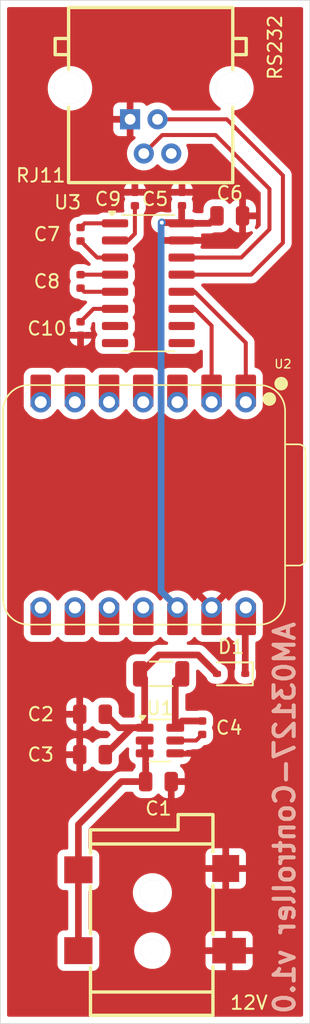
<source format=kicad_pcb>
(kicad_pcb (version 20241229) (generator "pcbnew") (generator_version "9.0")
  (layers (0 "F.Cu" signal) (2 "B.Cu" signal) (13 "F.Paste" user) (15 "B.Paste" user) (5 "F.SilkS" user "F.Silkscreen") (7 "B.SilkS" user "B.Silkscreen") (1 "F.Mask" user) (3 "B.Mask" user) (25 "Edge.Cuts" user))
  (net 0 "")
  (net 1 "GND")
  (net 2 "Net-(U3-C1-)")
  (net 3 "Net-(U3-C1+)")
  (net 4 "Net-(U3-C2+)")
  (net 5 "Net-(U3-C2-)")
  (net 6 "Net-(U3-VS+)")
  (net 7 "+12V")
  (net 8 "Net-(U3-VS-)")
  (net 9 "+3.3V")
  (net 10 "/RS232 TX")
  (net 11 "Net-(U1-SW)")
  (net 14 "/RS232 RX")
  (net 15 "/UART TX")
  (net 16 "/UART RX")
  (net 36 "+5V")
  (net 39 "/BuckFeedback")
  (net 40 "/BuckOut")
  (footprint "RJ11:RJ11-TH_PCB-6P4C-90_C189746" (layer "F.Cu") (at 135.1725 78.1025 180)
    (property "Reference" "RJ11" (at 8.1725 -2.8975 0) (layer "F.SilkS"))
    (property "Value" "PCB-6P4C-90_C189746" (hide yes))
    (fp_line (start 7.1 7.27) (end 7.1 6.07) (stroke (width 0.25)) (layer "F.SilkS"))
    (fp_line (start 6.1 7.27) (end 7.1 7.27) (stroke (width 0.25)) (layer "F.SilkS"))
    (fp_line (start 6.1 6.07) (end 7.1 6.07) (stroke (width 0.25)) (layer "F.SilkS"))
    (fp_line (start 6.1 4.97) (end 6.1 9.57) (stroke (width 0.25)) (layer "F.SilkS"))
    (fp_line (start 6.1 -3.43) (end 6.1 2.17) (stroke (width 0.25)) (layer "F.SilkS"))
    (fp_line (start -6.1 9.57) (end 6.1 9.57) (stroke (width 0.25)) (layer "F.SilkS"))
    (fp_line (start -6.1 9.57) (end -6.1 4.97) (stroke (width 0.25)) (layer "F.SilkS"))
    (fp_line (start -6.1 7.27) (end -7.1 7.27) (stroke (width 0.25)) (layer "F.SilkS"))
    (fp_line (start -6.1 6.07) (end -7.1 6.07) (stroke (width 0.25)) (layer "F.SilkS"))
    (fp_line (start -6.1 2.17) (end -6.1 -3.43) (stroke (width 0.25)) (layer "F.SilkS"))
    (fp_line (start -6.1 -3.43) (end 6.1 -3.43) (stroke (width 0.25)) (layer "F.SilkS"))
    (fp_line (start -7.1 6.07) (end -7.1 7.27) (stroke (width 0.25)) (layer "F.SilkS"))
    (pad "" thru_hole circle (at -6 3.57 180) (size 2.3 2.3) (drill 2.3) (layers "*.Cu" "*.Mask"))
    (pad "" thru_hole circle (at 6 3.57 180) (size 2.3 2.3) (drill 2.3) (layers "*.Cu" "*.Mask"))
    (pad "1" thru_hole rect (at 1.53 1.27) (size 1.5 1.5) (drill 0.799998) (layers "*.Cu" "*.Mask") (net 1 "GND"))
    (pad "2" thru_hole circle (at 0.51 -1.27) (size 1.5 1.5) (drill 0.799998) (layers "*.Cu" "*.Mask") (net 10 "/RS232 TX"))
    (pad "3" thru_hole circle (at -0.51 1.27) (size 1.5 1.5) (drill 0.799998) (layers "*.Cu" "*.Mask") (net 14 "/RS232 RX"))
    (pad "4" thru_hole circle (at -1.53 -1.27) (size 1.5 1.5) (drill 0.799998) (layers "*.Cu" "*.Mask"))
  )
  (footprint "PCM_JLCPCB:C_0805" (layer "F.Cu") (at 130.85 121 180)
    (property "Reference" "C2" (at 3.85 0 0) (layer "F.SilkS"))
    (property "Value" "22uF" (hide yes))
    (pad "1" smd roundrect (at -0.95 0 180) (size 1 1.45) (layers "F.Cu" "F.Mask" "F.Paste") (net 39 "/BuckFeedback"))
    (pad "2" smd roundrect (at 0.95 0 180) (size 1 1.45) (layers "F.Cu" "F.Mask" "F.Paste") (net 1 "GND"))
  )
  (footprint "PCM_JLCPCB:C_0805" (layer "F.Cu") (at 141.05 84)
    (property "Reference" "C6" (at 0 -1.68 0) (layer "F.SilkS"))
    (property "Value" "10uF" (hide yes))
    (pad "1" smd roundrect (at -0.95 0) (size 1 1.45) (layers "F.Cu" "F.Mask" "F.Paste") (net 9 "+3.3V"))
    (pad "2" smd roundrect (at 0.95 0) (size 1 1.45) (layers "F.Cu" "F.Mask" "F.Paste") (net 1 "GND"))
  )
  (footprint "DC_PowerJack:DC-IN_DC050-T" (layer "F.Cu") (at 135.4 135.5 -90)
    (property "Reference" "DC1" (hide yes))
    (property "Value" "DC050-T" (hide yes))
    (fp_line (start -5.92 4.7) (end -4.18 4.7) (stroke (width 0.25)) (layer "F.SilkS"))
    (fp_line (start 1.82 4.7) (end -1.72 4.7) (stroke (width 0.25)) (layer "F.SilkS"))
    (fp_line (start 6.12 4.7) (end 6.12 -4.4) (stroke (width 0.25)) (layer "F.SilkS"))
    (fp_line (start 7.85 4.7) (end 4.28 4.7) (stroke (width 0.25)) (layer "F.SilkS"))
    (fp_line (start -7.05 -1.81) (end -5.92 -1.81) (stroke (width 0.25)) (layer "F.SilkS"))
    (fp_line (start -5.92 -1.81) (end -5.92 4.7) (stroke (width 0.25)) (layer "F.SilkS"))
    (fp_line (start -7.05 -4.4) (end -7.05 -1.81) (stroke (width 0.25)) (layer "F.SilkS"))
    (fp_line (start -7.05 -4.4) (end -4.28 -4.4) (stroke (width 0.25)) (layer "F.SilkS"))
    (fp_line (start -4.87 -4.4) (end -4.87 4.7) (stroke (width 0.25)) (layer "F.SilkS"))
    (fp_line (start -1.82 -4.4) (end 1.87 -4.4) (stroke (width 0.25)) (layer "F.SilkS"))
    (fp_line (start 4.23 -4.4) (end 7.85 -4.4) (stroke (width 0.25)) (layer "F.SilkS"))
    (fp_line (start 7.85 -4.4) (end 7.85 4.7) (stroke (width 0.25)) (layer "F.SilkS"))
    (pad "" thru_hole circle (at -1.25 0.1 270) (size 1.9 1.9) (drill 1.9) (layers "*.Cu" "*.Mask"))
    (pad "" thru_hole circle (at 3.05 0.1 270) (size 1.7 1.7) (drill 1.7) (layers "*.Cu" "*.Mask"))
    (pad "1" smd rect (at -2.95 5.6 90) (size 2 2.1) (layers "F.Cu" "F.Mask" "F.Paste") (net 7 "+12V"))
    (pad "1" smd rect (at 3.05 5.6 90) (size 2 2.1) (layers "F.Cu" "F.Mask" "F.Paste") (net 7 "+12V"))
    (pad "2" smd rect (at 3.05 -5.6 90) (size 1.9 2.5) (layers "F.Cu" "F.Mask" "F.Paste") (net 1 "GND"))
    (pad "3" smd rect (at -3.05 -5.35 90) (size 2 2) (layers "F.Cu" "F.Mask" "F.Paste") (net 1 "GND"))
  )
  (footprint "Package_SO:SOIC-16_3.9x9.9mm_P1.27mm" (layer "F.Cu") (at 135 89)
    (property "Reference" "U3" (at -6 -6 0) (layer "F.SilkS"))
    (property "Value" "MAX3232" (hide yes))
    (fp_line (start 0 -5.06) (end -1.95 -5.06) (stroke (width 0.12)) (layer "F.SilkS"))
    (fp_line (start 0 -5.06) (end 1.95 -5.06) (stroke (width 0.12)) (layer "F.SilkS"))
    (fp_line (start 0 5.06) (end -1.95 5.06) (stroke (width 0.12)) (layer "F.SilkS"))
    (fp_line (start 0 5.06) (end 1.95 5.06) (stroke (width 0.12)) (layer "F.SilkS"))
    (fp_poly (pts (xy -2.7 -5.005) (xy -2.94 -5.335) (xy -2.46 -5.335)) (stroke (width 0.12)) (fill yes) (layer "F.SilkS"))
    (pad "1" smd roundrect (at -2.475 -4.445) (size 1.95 0.6) (layers "F.Cu" "F.Mask" "F.Paste") (net 3 "Net-(U3-C1+)"))
    (pad "2" smd roundrect (at -2.475 -3.175) (size 1.95 0.6) (layers "F.Cu" "F.Mask" "F.Paste") (net 6 "Net-(U3-VS+)"))
    (pad "3" smd roundrect (at -2.475 -1.905) (size 1.95 0.6) (layers "F.Cu" "F.Mask" "F.Paste") (net 2 "Net-(U3-C1-)"))
    (pad "4" smd roundrect (at -2.475 -0.635) (size 1.95 0.6) (layers "F.Cu" "F.Mask" "F.Paste") (net 4 "Net-(U3-C2+)"))
    (pad "5" smd roundrect (at -2.475 0.635) (size 1.95 0.6) (layers "F.Cu" "F.Mask" "F.Paste") (net 5 "Net-(U3-C2-)"))
    (pad "6" smd roundrect (at -2.475 1.905) (size 1.95 0.6) (layers "F.Cu" "F.Mask" "F.Paste") (net 8 "Net-(U3-VS-)"))
    (pad "7" smd roundrect (at -2.475 3.175) (size 1.95 0.6) (layers "F.Cu" "F.Mask" "F.Paste"))
    (pad "8" smd roundrect (at -2.475 4.445) (size 1.95 0.6) (layers "F.Cu" "F.Mask" "F.Paste"))
    (pad "9" smd roundrect (at 2.475 4.445) (size 1.95 0.6) (layers "F.Cu" "F.Mask" "F.Paste"))
    (pad "10" smd roundrect (at 2.475 3.175) (size 1.95 0.6) (layers "F.Cu" "F.Mask" "F.Paste"))
    (pad "11" smd roundrect (at 2.475 1.905) (size 1.95 0.6) (layers "F.Cu" "F.Mask" "F.Paste") (net 15 "/UART TX"))
    (pad "12" smd roundrect (at 2.475 0.635) (size 1.95 0.6) (layers "F.Cu" "F.Mask" "F.Paste") (net 16 "/UART RX"))
    (pad "13" smd roundrect (at 2.475 -0.635) (size 1.95 0.6) (layers "F.Cu" "F.Mask" "F.Paste") (net 14 "/RS232 RX"))
    (pad "14" smd roundrect (at 2.475 -1.905) (size 1.95 0.6) (layers "F.Cu" "F.Mask" "F.Paste") (net 10 "/RS232 TX"))
    (pad "15" smd roundrect (at 2.475 -3.175) (size 1.95 0.6) (layers "F.Cu" "F.Mask" "F.Paste") (net 1 "GND"))
    (pad "16" smd roundrect (at 2.475 -4.445) (size 1.95 0.6) (layers "F.Cu" "F.Mask" "F.Paste") (net 9 "+3.3V"))
  )
  (footprint "PCM_JLCPCB:D_SOD-323" (layer "F.Cu") (at 141.15 118 180)
    (property "Reference" "D1" (at 0 2 0) (layer "F.SilkS"))
    (property "Value" "1N5819WS" (hide yes))
    (fp_line (start -1.61 0.85) (end 1.05 0.85) (stroke (width 0.15)) (layer "F.SilkS"))
    (fp_line (start -1.61 -0.85) (end 1.05 -0.85) (stroke (width 0.15)) (layer "F.SilkS"))
    (fp_line (start -1.61 -0.85) (end -1.61 0.85) (stroke (width 0.15)) (layer "F.SilkS"))
    (pad "1" smd roundrect (at -1.05 0 180) (size 0.6 0.45) (layers "F.Cu" "F.Mask" "F.Paste") (net 36 "+5V"))
    (pad "2" smd roundrect (at 1.05 0 180) (size 0.6 0.45) (layers "F.Cu" "F.Mask" "F.Paste") (net 39 "/BuckFeedback"))
  )
  (footprint "PCM_JLCPCB:C_0805" (layer "F.Cu") (at 130.85 124 180)
    (property "Reference" "C3" (at 3.85 0 0) (layer "F.SilkS"))
    (property "Value" "22uF" (hide yes))
    (pad "1" smd roundrect (at -0.95 0 180) (size 1 1.45) (layers "F.Cu" "F.Mask" "F.Paste") (net 39 "/BuckFeedback"))
    (pad "2" smd roundrect (at 0.95 0 180) (size 1 1.45) (layers "F.Cu" "F.Mask" "F.Paste") (net 1 "GND"))
  )
  (footprint "PCM_JLCPCB:C_0402" (layer "F.Cu") (at 139 122 90)
    (property "Reference" "C4" (at 0 2 180) (layer "F.SilkS"))
    (property "Value" "100nF" (hide yes))
    (pad "1" smd roundrect (at -0.5 0 90) (size 0.56 0.62) (layers "F.Cu" "F.Mask" "F.Paste") (net 11 "Net-(U1-SW)"))
    (pad "2" smd roundrect (at 0.5 0 90) (size 0.56 0.62) (layers "F.Cu" "F.Mask" "F.Paste") (net 40 "/BuckOut"))
  )
  (footprint "PCM_JLCPCB:C_0402" (layer "F.Cu") (at 129.9618 92.365 -90)
    (property "Reference" "C10" (at 0 2.5 0) (layer "F.SilkS"))
    (property "Value" "100nF" (hide yes))
    (pad "1" smd roundrect (at -0.5 0 270) (size 0.56 0.62) (layers "F.Cu" "F.Mask" "F.Paste") (net 8 "Net-(U3-VS-)"))
    (pad "2" smd roundrect (at 0.5 0 270) (size 0.56 0.62) (layers "F.Cu" "F.Mask" "F.Paste") (net 1 "GND"))
  )
  (footprint "PCM_JLCPCB:C_0805" (layer "F.Cu") (at 135.75 126)
    (property "Reference" "C1" (at 0 2 0) (layer "F.SilkS"))
    (property "Value" "10uF" (hide yes))
    (pad "1" smd roundrect (at -0.95 0) (size 1 1.45) (layers "F.Cu" "F.Mask" "F.Paste") (net 7 "+12V"))
    (pad "2" smd roundrect (at 0.95 0) (size 1 1.45) (layers "F.Cu" "F.Mask" "F.Paste") (net 1 "GND"))
  )
  (footprint "PCM_JLCPCB:L_1206" (layer "F.Cu") (at 135.95 118 180)
    (property "Reference" "L1" (hide yes))
    (property "Value" "10uH,25mA" (hide yes))
    (fp_line (start -0.84 0.91) (end 0.84 0.91) (stroke (width 0.15)) (layer "F.SilkS"))
    (fp_line (start -0.84 -0.91) (end 0.84 -0.91) (stroke (width 0.15)) (layer "F.SilkS"))
    (pad "1" smd roundrect (at -1.57 0 180) (size 1.05 1.9) (layers "F.Cu" "F.Mask" "F.Paste") (roundrect_rratio 0.238095) (net 40 "/BuckOut"))
    (pad "2" smd roundrect (at 1.57 0 180) (size 1.05 1.9) (layers "F.Cu" "F.Mask" "F.Paste") (roundrect_rratio 0.238095) (net 39 "/BuckFeedback"))
  )
  (footprint "PCM_JLCPCB:C_0402" (layer "F.Cu") (at 134 82.75 90)
    (property "Reference" "C9" (at 0 -2 180) (layer "F.SilkS"))
    (property "Value" "100nF" (hide yes))
    (pad "1" smd roundrect (at -0.5 0 90) (size 0.56 0.62) (layers "F.Cu" "F.Mask" "F.Paste") (net 6 "Net-(U3-VS+)"))
    (pad "2" smd roundrect (at 0.5 0 90) (size 0.56 0.62) (layers "F.Cu" "F.Mask" "F.Paste") (net 1 "GND"))
  )
  (footprint "Package_TO_SOT_SMD:TSOT-23-6" (layer "F.Cu") (at 135.8625 122.95)
    (property "Reference" "U1" (at 0 -2.4 0) (layer "F.SilkS"))
    (property "Value" "AP63205WU" (hide yes))
    (fp_line (start 0 -1.56) (end -0.8 -1.56) (stroke (width 0.12)) (layer "F.SilkS"))
    (fp_line (start 0 -1.56) (end 0.8 -1.56) (stroke (width 0.12)) (layer "F.SilkS"))
    (fp_line (start 0 1.56) (end -0.8 1.56) (stroke (width 0.12)) (layer "F.SilkS"))
    (fp_line (start 0 1.56) (end 0.8 1.56) (stroke (width 0.12)) (layer "F.SilkS"))
    (fp_poly (pts (xy -1.3 -1.51) (xy -1.54 -1.84) (xy -1.06 -1.84)) (stroke (width 0.12)) (fill yes) (layer "F.SilkS"))
    (pad "1" smd roundrect (at -1.1375 -0.95) (size 1.325 0.6) (layers "F.Cu" "F.Mask" "F.Paste") (net 39 "/BuckFeedback"))
    (pad "2" smd roundrect (at -1.1375 0) (size 1.325 0.6) (layers "F.Cu" "F.Mask" "F.Paste") (net 7 "+12V"))
    (pad "3" smd roundrect (at -1.1375 0.95) (size 1.325 0.6) (layers "F.Cu" "F.Mask" "F.Paste") (net 7 "+12V"))
    (pad "4" smd roundrect (at 1.1375 0.95) (size 1.325 0.6) (layers "F.Cu" "F.Mask" "F.Paste") (net 1 "GND"))
    (pad "5" smd roundrect (at 1.1375 0) (size 1.325 0.6) (layers "F.Cu" "F.Mask" "F.Paste") (net 11 "Net-(U1-SW)"))
    (pad "6" smd roundrect (at 1.1375 -0.95) (size 1.325 0.6) (layers "F.Cu" "F.Mask" "F.Paste") (net 40 "/BuckOut"))
  )
  (footprint "PCM_JLCPCB:C_0402" (layer "F.Cu") (at 137.5 82.75 90)
    (property "Reference" "C5" (at 0 -2 180) (layer "F.SilkS"))
    (property "Value" "100nF" (hide yes))
    (pad "1" smd roundrect (at -0.5 0 90) (size 0.56 0.62) (layers "F.Cu" "F.Mask" "F.Paste") (net 9 "+3.3V"))
    (pad "2" smd roundrect (at 0.5 0 90) (size 0.56 0.62) (layers "F.Cu" "F.Mask" "F.Paste") (net 1 "GND"))
  )
  (footprint "PCM_JLCPCB:C_0402" (layer "F.Cu") (at 129.9618 85.365 -90)
    (property "Reference" "C7" (at 0 2.5 0) (layer "F.SilkS"))
    (property "Value" "100nF" (hide yes))
    (pad "1" smd roundrect (at -0.5 0 270) (size 0.56 0.62) (layers "F.Cu" "F.Mask" "F.Paste") (net 3 "Net-(U3-C1+)"))
    (pad "2" smd roundrect (at 0.5 0 270) (size 0.56 0.62) (layers "F.Cu" "F.Mask" "F.Paste") (net 2 "Net-(U3-C1-)"))
  )
  (footprint "esp32:XIAO-ESP32C3-DIP" (layer "F.Cu") (at 134.62 105.575 -90)
    (property "Reference" "U2" (at -10.575 -10.38 0) (layer "F.SilkS") (effects (font (size 0.635 0.635) (thickness 0.1016))))
    (property "Value" "XIAO-ESP32-C3-DIP" (hide yes))
    (fp_line (start -7.105 10.414) (end 6.865 10.414) (stroke (width 0.127)) (layer "F.SilkS"))
    (fp_line (start -9.01 8.509) (end -9.01 -8.636) (stroke (width 0.127)) (layer "F.SilkS"))
    (fp_line (start 8.77 8.509) (end 8.77 -8.636) (stroke (width 0.127)) (layer "F.SilkS"))
    (fp_line (start -4.615 -10.541) (end -4.611272 -11.551272) (stroke (width 0.127)) (layer "F.SilkS"))
    (fp_line (start 6.865 -10.541) (end -7.105 -10.541) (stroke (width 0.1)) (layer "F.SilkS"))
    (fp_line (start 6.865 -10.541) (end -7.105 -10.541) (stroke (width 0.127)) (layer "F.SilkS"))
    (fp_line (start 4.384 -11.551) (end 4.384 -10.541) (stroke (width 0.127)) (layer "F.SilkS"))
    (fp_line (start -4.111272 -12.051) (end 3.884 -12.051) (stroke (width 0.127)) (layer "F.SilkS"))
    (fp_arc (start -7.105 10.414) (mid -8.452038 9.856038) (end -9.01 8.509) (stroke (width 0.127)) (layer "F.SilkS"))
    (fp_arc (start 8.77 8.509) (mid 8.212038 9.856038) (end 6.865 10.414) (stroke (width 0.127)) (layer "F.SilkS"))
    (fp_arc (start -9.01 -8.636) (mid -8.452038 -9.983038) (end -7.105 -10.541) (stroke (width 0.127)) (layer "F.SilkS"))
    (fp_arc (start 6.865 -10.541) (mid 8.212038 -9.983038) (end 8.77 -8.636) (stroke (width 0.127)) (layer "F.SilkS"))
    (fp_arc (start -4.611272 -11.551272) (mid -4.464728 -11.90464) (end -4.111272 -12.051) (stroke (width 0.127)) (layer "F.SilkS"))
    (fp_arc (start 3.884 -12.051) (mid 4.237553 -11.904553) (end 4.384 -11.551) (stroke (width 0.127)) (layer "F.SilkS"))
    (fp_circle (center -7.977 -9.37) (end -7.977 -9.624) (stroke (width 0.5)) (fill yes) (layer "F.SilkS"))
    (fp_circle (center -9.12 -10.25) (end -9.12 -10.504) (stroke (width 0.5)) (fill yes) (layer "F.SilkS"))
    (pad "1" smd roundrect (at -8.575 -7.62 90) (size 2.432 1.524) (layers "F.Cu" "F.Mask") (roundrect_rratio 0.1) (net 16 "/UART RX"))
    (pad "1" thru_hole circle (at -7.74 -7.62 90) (size 1.524 1.524) (drill 0.889) (layers "*.Cu" "*.Mask") (net 16 "/UART RX"))
    (pad "2" smd roundrect (at -8.575 -5.08 90) (size 2.432 1.524) (layers "F.Cu" "F.Mask") (roundrect_rratio 0.1) (net 15 "/UART TX"))
    (pad "2" thru_hole circle (at -7.74 -5.08 90) (size 1.524 1.524) (drill 0.889) (layers "*.Cu" "*.Mask") (net 15 "/UART TX"))
    (pad "3" smd roundrect (at -8.575 -2.54 90) (size 2.432 1.524) (layers "F.Cu" "F.Mask") (roundrect_rratio 0.1))
    (pad "3" thru_hole circle (at -7.74 -2.54 90) (size 1.524 1.524) (drill 0.889) (layers "*.Cu" "*.Mask"))
    (pad "4" smd roundrect (at -8.575 0 90) (size 2.432 1.524) (layers "F.Cu" "F.Mask") (roundrect_rratio 0.1))
    (pad "4" thru_hole circle (at -7.74 0 90) (size 1.524 1.524) (drill 0.889) (layers "*.Cu" "*.Mask"))
    (pad "5" smd roundrect (at -8.575 2.54 90) (size 2.432 1.524) (layers "F.Cu" "F.Mask") (roundrect_rratio 0.1))
    (pad "5" thru_hole circle (at -7.74 2.54 90) (size 1.524 1.524) (drill 0.889) (layers "*.Cu" "*.Mask"))
    (pad "6" smd roundrect (at -8.575 5.08 90) (size 2.432 1.524) (layers "F.Cu" "F.Mask") (roundrect_rratio 0.1))
    (pad "6" thru_hole circle (at -7.74 5.08 90) (size 1.524 1.524) (drill 0.889) (layers "*.Cu" "*.Mask"))
    (pad "7" smd roundrect (at -8.575 7.62 90) (size 2.432 1.524) (layers "F.Cu" "F.Mask") (roundrect_rratio 0.1))
    (pad "7" thru_hole circle (at -7.74 7.62 90) (size 1.524 1.524) (drill 0.889) (layers "*.Cu" "*.Mask"))
    (pad "8" thru_hole circle (at 7.5 7.62 270) (size 1.524 1.524) (drill 0.889) (layers "*.Cu" "*.Mask"))
    (pad "8" smd roundrect (at 8.335 7.62 270) (size 2.432 1.524) (layers "F.Cu" "F.Mask") (roundrect_rratio 0.1))
    (pad "9" thru_hole circle (at 7.5 5.08 270) (size 1.524 1.524) (drill 0.889) (layers "*.Cu" "*.Mask"))
    (pad "9" smd roundrect (at 8.335 5.08 270) (size 2.432 1.524) (layers "F.Cu" "F.Mask") (roundrect_rratio 0.1))
    (pad "10" thru_hole circle (at 7.5 2.54 270) (size 1.524 1.524) (drill 0.889) (layers "*.Cu" "*.Mask"))
    (pad "10" smd roundrect (at 8.335 2.54 270) (size 2.432 1.524) (layers "F.Cu" "F.Mask") (roundrect_rratio 0.1))
    (pad "11" thru_hole circle (at 7.5 0 270) (size 1.524 1.524) (drill 0.889) (layers "*.Cu" "*.Mask"))
    (pad "11" smd roundrect (at 8.335 0 270) (size 2.432 1.524) (layers "F.Cu" "F.Mask") (roundrect_rratio 0.1))
    (pad "12" thru_hole circle (at 7.5 -2.54 270) (size 1.524 1.524) (drill 0.889) (layers "*.Cu" "*.Mask") (net 9 "+3.3V"))
    (pad "12" smd roundrect (at 8.335 -2.54 270) (size 2.432 1.524) (layers "F.Cu" "F.Mask") (roundrect_rratio 0.1) (net 9 "+3.3V"))
    (pad "13" thru_hole circle (at 7.5 -5.08 270) (size 1.524 1.524) (drill 0.889) (layers "*.Cu" "*.Mask") (net 1 "GND"))
    (pad "13" smd roundrect (at 8.335 -5.08 270) (size 2.432 1.524) (layers "F.Cu" "F.Mask") (roundrect_rratio 0.1) (net 1 "GND"))
    (pad "14" thru_hole circle (at 7.5 -7.62 270) (size 1.524 1.524) (drill 0.889) (layers "*.Cu" "*.Mask") (net 36 "+5V"))
    (pad "14" smd roundrect (at 8.335 -7.62 270) (size 2.432 1.524) (layers "F.Cu" "F.Mask") (roundrect_rratio 0.1) (net 36 "+5V"))
  )
  (footprint "PCM_JLCPCB:C_0402" (layer "F.Cu") (at 129.9618 88.865 -90)
    (property "Reference" "C8" (at 0 2.5 0) (layer "F.SilkS"))
    (property "Value" "100nF" (hide yes))
    (pad "1" smd roundrect (at -0.5 0 270) (size 0.56 0.62) (layers "F.Cu" "F.Mask" "F.Paste") (net 4 "Net-(U3-C2+)"))
    (pad "2" smd roundrect (at 0.5 0 270) (size 0.56 0.62) (layers "F.Cu" "F.Mask" "F.Paste") (net 5 "Net-(U3-C2-)"))
  )
  (gr_rect (start 124 68) (end 147 143.955) (stroke (width 0.05)) (fill no) (layer "Edge.Cuts"))
  (gr_text "RS232" (at 145 74 90) (layer "F.SilkS") (effects (font (size 1 1)) (justify left bottom)))
  (gr_text "12V" (at 141 143 0) (layer "F.SilkS") (effects (font (size 1 1)) (justify left bottom)))
  (gr_text "AM03127-Controller v1.0" (at 146 114 90) (layer "B.SilkS") (effects (font (size 1.5 1.5) (thickness 0.3) (bold yes)) (justify left bottom mirror)))
  (segment (start 133.6425 77.3575) (end 133.6425 76.8325) (width 0.3) (layer "F.Cu") (net 1))
  (segment (start 132.525 87.095) (end 131.1918 87.095) (width 0.3) (layer "F.Cu") (net 2))
  (segment (start 131.1918 87.095) (end 129.9618 85.865) (width 0.3) (layer "F.Cu") (net 2))
  (segment (start 130.2718 84.555) (end 129.9618 84.865) (width 0.3) (layer "F.Cu") (net 3))
  (segment (start 132.525 84.555) (end 130.2718 84.555) (width 0.3) (layer "F.Cu") (net 3))
  (segment (start 132.525 88.365) (end 129.9618 88.365) (width 0.3) (layer "F.Cu") (net 4))
  (segment (start 132.525 89.635) (end 132.4473 89.7127) (width 0.3) (layer "F.Cu") (net 5))
  (segment (start 130.2318 89.635) (end 129.9618 89.365) (width 0.3) (layer "F.Cu") (net 5))
  (segment (start 132.525 89.635) (end 130.2318 89.635) (width 0.3) (layer "F.Cu") (net 5))
  (segment (start 134 85.324999) (end 134 83.25) (width 0.3) (layer "F.Cu") (net 6))
  (segment (start 132.525 85.825) (end 133.499999 85.825) (width 0.3) (layer "F.Cu") (net 6))
  (segment (start 133.499999 85.825) (end 134 85.324999) (width 0.3) (layer "F.Cu") (net 6))
  (segment (start 129.8 138.55) (end 129.8 132.55) (width 0.5) (layer "F.Cu") (net 7))
  (segment (start 129.8 132.55) (end 129.8 129.2) (width 0.5) (layer "F.Cu") (net 7))
  (segment (start 134.8 126) (end 134.8 123.975) (width 0.5) (layer "F.Cu") (net 7))
  (segment (start 133 126) (end 134.8 126) (width 0.5) (layer "F.Cu") (net 7))
  (segment (start 134.8 123.975) (end 134.725 123.9) (width 0.5) (layer "F.Cu") (net 7))
  (segment (start 129.8 129.2) (end 133 126) (width 0.5) (layer "F.Cu") (net 7))
  (segment (start 134.725 123.9) (end 134.725 122.95) (width 0.5) (layer "F.Cu") (net 7))
  (segment (start 130.9218 90.905) (end 132.525 90.905) (width 0.3) (layer "F.Cu") (net 8))
  (segment (start 129.9618 91.865) (end 130.9218 90.905) (width 0.3) (layer "F.Cu") (net 8))
  (segment (start 139.545 84.555) (end 140.1 84) (width 0.5) (layer "F.Cu") (net 9))
  (segment (start 136 84.5) (end 137.42 84.5) (width 0.5) (layer "F.Cu") (net 9))
  (segment (start 137.5 84.53) (end 137.475 84.555) (width 0.5) (layer "F.Cu") (net 9))
  (segment (start 137.16 113.91) (end 137.16 113.075) (width 0.5) (layer "F.Cu") (net 9))
  (segment (start 137.5 84.5) (end 137.5 84.53) (width 0.5) (layer "F.Cu") (net 9))
  (segment (start 137.475 84.555) (end 137.475 83.275) (width 0.5) (layer "F.Cu") (net 9))
  (segment (start 137.42 84.5) (end 137.475 84.555) (width 0.5) (layer "F.Cu") (net 9))
  (segment (start 137.475 83.275) (end 137.5 83.25) (width 0.5) (layer "F.Cu") (net 9))
  (segment (start 137.475 84.555) (end 139.545 84.555) (width 0.5) (layer "F.Cu") (net 9))
  (via (at 136 84.5) (size 0.6) (drill 0.3) (layers "F.Cu" "B.Cu") (net 9))
  (segment (start 137.16 113.075) (end 135.947 111.862) (width 0.5) (layer "B.Cu") (net 9))
  (segment (start 135.947 84.553) (end 136 84.5) (width 0.5) (layer "B.Cu") (net 9))
  (segment (start 135.947 111.862) (end 135.947 84.553) (width 0.5) (layer "B.Cu") (net 9))
  (segment (start 144 82) (end 140 78) (width 0.3) (layer "F.Cu") (net 10))
  (segment (start 140 78) (end 136.035 78) (width 0.3) (layer "F.Cu") (net 10))
  (segment (start 141.905 87.095) (end 144 85) (width 0.3) (layer "F.Cu") (net 10))
  (segment (start 137.475 87.095) (end 141.905 87.095) (width 0.3) (layer "F.Cu") (net 10))
  (segment (start 136.811146 87.095) (end 137.475 87.095) (width 0.3) (layer "F.Cu") (net 10))
  (segment (start 136.035 78) (end 134.6625 79.3725) (width 0.3) (layer "F.Cu") (net 10))
  (segment (start 144 85) (end 144 82) (width 0.3) (layer "F.Cu") (net 10))
  (segment (start 138.55 122.95) (end 139 122.5) (width 0.3) (layer "F.Cu") (net 11))
  (segment (start 137 122.95) (end 138.55 122.95) (width 0.3) (layer "F.Cu") (net 11))
  (segment (start 140.8325 76.8325) (end 135.6825 76.8325) (width 0.3) (layer "F.Cu") (net 14))
  (segment (start 135.64545 76.8325) (end 135.6825 76.8325) (width 0.3) (layer "F.Cu") (net 14))
  (segment (start 145 86) (end 145 81) (width 0.3) (layer "F.Cu") (net 14))
  (segment (start 137.475 88.365) (end 142.635 88.365) (width 0.3) (layer "F.Cu") (net 14))
  (segment (start 145 81) (end 140.8325 76.8325) (width 0.3) (layer "F.Cu") (net 14))
  (segment (start 142.635 88.365) (end 145 86) (width 0.3) (layer "F.Cu") (net 14))
  (segment (start 139.7 97) (end 139.7 97.835) (width 0.3) (layer "F.Cu") (net 15))
  (segment (start 139.7 92.155001) (end 139.7 97.835) (width 0.3) (layer "F.Cu") (net 15))
  (segment (start 137.475 90.905) (end 138.449999 90.905) (width 0.3) (layer "F.Cu") (net 15))
  (segment (start 138.449999 90.905) (end 139.7 92.155001) (width 0.3) (layer "F.Cu") (net 15))
  (segment (start 138.449999 89.635) (end 142.24 93.425001) (width 0.3) (layer "F.Cu") (net 16))
  (segment (start 137.475 89.635) (end 138.449999 89.635) (width 0.3) (layer "F.Cu") (net 16))
  (segment (start 142.24 97.835) (end 142.24 97) (width 0.3) (layer "F.Cu") (net 16))
  (segment (start 142.24 93.425001) (end 142.24 97.835) (width 0.3) (layer "F.Cu") (net 16))
  (segment (start 142.2 118) (end 142.2 113.95) (width 0.5) (layer "F.Cu") (net 36))
  (segment (start 142.2 113.95) (end 142.24 113.91) (width 0.5) (layer "F.Cu") (net 36))
  (segment (start 142.24 113.075) (end 142.24 113.91) (width 0.4) (layer "F.Cu") (net 36))
  (segment (start 134.725 122) (end 134.725 118.345) (width 0.5) (layer "F.Cu") (net 39))
  (segment (start 134.725 122) (end 133.8 122) (width 0.5) (layer "F.Cu") (net 39))
  (segment (start 135.781 116.599) (end 138.699 116.599) (width 0.5) (layer "F.Cu") (net 39))
  (segment (start 138.699 116.599) (end 140.1 118) (width 0.5) (layer "F.Cu") (net 39))
  (segment (start 132.8 122) (end 131.8 121) (width 0.5) (layer "F.Cu") (net 39))
  (segment (start 134.38 118) (end 135.781 116.599) (width 0.5) (layer "F.Cu") (net 39))
  (segment (start 134.725 118.345) (end 134.38 118) (width 0.5) (layer "F.Cu") (net 39))
  (segment (start 134.725 122) (end 133.43 122) (width 0.5) (layer "F.Cu") (net 39))
  (segment (start 133.8 122) (end 131.8 124) (width 0.5) (layer "F.Cu") (net 39))
  (segment (start 134.725 122) (end 132.8 122) (width 0.5) (layer "F.Cu") (net 39))
  (segment (start 139 121.5) (end 137.5 121.5) (width 0.5) (layer "F.Cu") (net 40))
  (segment (start 137 122) (end 137 118.52) (width 0.5) (layer "F.Cu") (net 40))
  (segment (start 137.5 121.5) (end 137 122) (width 0.5) (layer "F.Cu") (net 40))
  (segment (start 137 118.52) (end 137.52 118) (width 0.5) (layer "F.Cu") (net 40))
  (zone (net 1) (net_name "GND") (layer "F.Cu") (connect_pads (clearance 0.5)) (min_thickness 0.25) (fill yes (thermal_gap 0.5) (thermal_bridge_width 0.5))
    (polygon (pts (xy 124 68) (xy 147 68) (xy 147 144) (xy 124 144)))
  )
)
</source>
